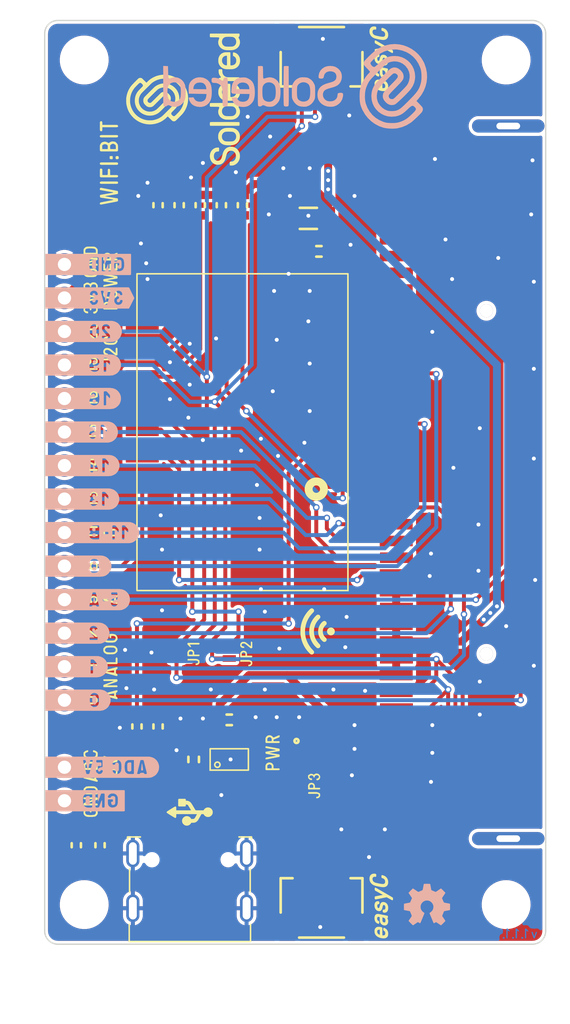
<source format=kicad_pcb>
(kicad_pcb (version 20210623) (generator pcbnew)
  (title_block (title "WIFI:bit") (date "2021-09-09") (rev "V1.1.1.") (company "SOLDERED") (comment 1 "333061"))
  (layers (0 "F.Cu" signal) (31 "B.Cu" signal) (34 "B.Paste" user) (35 "F.Paste" user) (36 "B.SilkS" user "B.Silkscreen") (37 "F.SilkS" user "F.Silkscreen") (38 "B.Mask" user) (39 "F.Mask" user) (44 "Edge.Cuts" user))
  (net 0 "")
  (net 1 "GND")
  (net 2 "3V3")
  (net 3 "VUSB")
  (net 4 "GPIO4")
  (net 5 "P20")
  (net 6 "GPIO5")
  (net 7 "P19")
  (net 8 "ADC-5V")
  (net 9 "Net-(K5-PadA5)")
  (net 13 "Net-(K5-PadB5)")
  (net 17 "P3")
  (net 18 "P0")
  (net 19 "P4")
  (net 20 "P5")
  (net 21 "P6")
  (net 22 "P7")
  (net 23 "P1")
  (net 24 "TXD")
  (net 25 "P9")
  (net 26 "P10")
  (net 27 "P11")
  (net 28 "P12")
  (net 29 "P2")
  (net 30 "P13")
  (net 31 "P14")
  (net 32 "P15")
  (net 33 "RXD")
  (net 34 "GPIO15")
  (net 35 "GPIO2")
  (net 36 "GPIO0")
  (net 37 "EN")
  (net 38 "RESET")
  (net 39 "ADC")
  (net 40 "GPIO16")
  (net 41 "GPIO14")
  (net 42 "GPIO12")
  (net 43 "GPIO13")
  (net 45 "Net-(D1-Pad1)")
  (net 46 "Net-(JP3-Pad2)")
  (footprint "e-radionica.com footprinti:0402LED" (layer "F.Cu") (at 98.5 144.5 90)
    (fp_text reference "D1")
    (fp_text value "purple")
  )
  (footprint "e-radionica.com footprinti:SMD_JUMPER_CONNECTED" (layer "F.Cu") (at 90 137 -90)
    (fp_text reference "JP1")
    (fp_text value "SMD-JUMPER-CONNECTED")
  )
  (footprint "e-radionica.com footprinti:ESP 8266(ESP12-F)" (layer "F.Cu") (at 95 124 180)
    (fp_text reference "U1")
    (fp_text value "ESP8266(ESP12-F)")
  )
  (footprint "e-radionica.com footprinti:0603R" (layer "F.Cu") (at 93.4 103 90)
    (fp_text reference "R5")
    (fp_text value "10k")
  )
  (footprint "e-radionica.com footprinti:SMD_JUMPER_CONNECTED" (layer "F.Cu") (at 94 137 -90)
    (fp_text reference "JP2")
    (fp_text value "SMD-JUMPER-CONNECTED")
  )
  (footprint "e-radionica.com footprinti:easyC-connector" (layer "F.Cu") (at 101 92.3)
    (fp_text reference "K2")
    (fp_text value "easyC-SMD")
  )
  (footprint "e-radionica.com footprinti:SMD-JUMPER-CONNECTED_TRACE_SLODERMASK" (layer "F.Cu") (at 99.25 147 90)
    (fp_text reference "JP3")
    (fp_text value "SMD-JUMPER-CONNECTED_TRACE_SLODERMASK")
  )
  (footprint "e-radionica.com footprinti:0603R" (layer "F.Cu") (at 87 142.5 -90)
    (fp_text reference "R6")
    (fp_text value "10k")
  )
  (footprint "buzzardLabel" (layer "F.Cu") (at 83.5 145.5 90)
    (fp_text reference "")
    (fp_text value "")
  )
  (footprint "e-radionica.com footprinti:0603C" (layer "F.Cu") (at 91.3 145 -90)
    (fp_text reference "C3")
    (fp_text value "2.2uF")
  )
  (footprint "e-radionica.com footprinti:MC127-140-002" (layer "F.Cu") (at 113.5 124 -90)
    (fp_text reference "K6")
    (fp_text value "MIC127-140-002")
  )
  (footprint "buzzardLabel" (layer "F.Cu") (at 83.5 130.35 90)
    (fp_text reference "")
    (fp_text value "")
  )
  (footprint "buzzardLabel" (layer "F.Cu") (at 83.5 140.51 90)
    (fp_text reference "")
    (fp_text value "")
  )
  (footprint "e-radionica.com footprinti:HOLE_3.2mm" (layer "F.Cu") (at 83 156)
    (fp_text reference "H1" hide)
    (fp_text value "HOLE_3.2mm" hide)
  )
  (footprint "e-radionica.com footprinti:FIDUCIAL_23" (layer "F.Cu") (at 110 156.5)
    (fp_text reference "FD1")
    (fp_text value "FIDUCIAL")
  )
  (footprint "e-radionica.com footprinti:0603R" (layer "F.Cu") (at 90.2 103 90)
    (fp_text reference "R2")
    (fp_text value "10k")
  )
  (footprint "buzzardLabel" (layer "F.Cu") (at 83.5 110.03 90)
    (fp_text reference "")
    (fp_text value "")
  )
  (footprint "buzzardLabel" (layer "F.Cu") (at 83.5 132.89 90)
    (fp_text reference "")
    (fp_text value "")
  )
  (footprint "buzzardLabel" (layer "F.Cu") (at 84.9 99.8 90)
    (fp_text reference "")
    (fp_text value "")
  )
  (footprint "e-radionica.com footprinti:1206C" (layer "F.Cu") (at 100 104)
    (fp_text reference "C1")
    (fp_text value "10uF")
  )
  (footprint "buzzardLabel" (layer "F.Cu") (at 97.3 144.5 90)
    (fp_text reference "")
    (fp_text value "")
  )
  (footprint "buzzardLabel" (layer "F.Cu") (at 85 145.5 90)
    (fp_text reference "")
    (fp_text value "")
  )
  (footprint "buzzardLabel" (layer "F.Cu") (at 85 113.84 90)
    (fp_text reference "")
    (fp_text value "")
  )
  (footprint "Soldered Graphics:Logo-Back-OSH-3.5mm" (layer "F.Cu") (at 109 156)
    (fp_text reference "G***" hide)
    (fp_text value "LOGO" hide)
  )
  (footprint "buzzardLabel" (layer "F.Cu") (at 91.3 137 90)
    (fp_text reference "")
    (fp_text value "")
  )
  (footprint "e-radionica.com footprinti:0603R" (layer "F.Cu") (at 84.2 151.5 90)
    (fp_text reference "R10")
    (fp_text value "5.1k")
  )
  (footprint "e-radionica.com footprinti:0402R" (layer "F.Cu") (at 100 144.5 90)
    (fp_text reference "R8")
    (fp_text value "2k2")
  )
  (footprint "buzzardLabel" (layer "F.Cu") (at 83.5 117.65 90)
    (fp_text reference "")
    (fp_text value "")
  )
  (footprint "e-radionica.com footprinti:SOT-23-5" (layer "F.Cu") (at 94 145 90)
    (fp_text reference "U2")
    (fp_text value "SE5218")
  )
  (footprint "e-radionica.com footprinti:HOLE_3.2mm" (layer "F.Cu") (at 83 92)
    (fp_text reference "H3" hide)
    (fp_text value "HOLE_3.2mm" hide)
  )
  (footprint "buzzardLabel" (layer "F.Cu") (at 83.5 127.81 90)
    (fp_text reference "")
    (fp_text value "")
  )
  (footprint "Soldered Graphics:Logo-Back-SolderedFULL-20mm" (layer "F.Cu") (at 99 94)
    (fp_text reference "REF**" hide)
    (fp_text value "Logo-Front-SolderedFULL-20mm" hide)
  )
  (footprint "buzzardLabel" (layer "F.Cu") (at 83.5 120.19 90)
    (fp_text reference "")
    (fp_text value "")
  )
  (footprint "buzzardLabel" (layer "F.Cu") (at 83.5 115.11 90)
    (fp_text reference "")
    (fp_text value "")
  )
  (footprint "buzzardLabel" (layer "F.Cu") (at 95.3 137 90)
    (fp_text reference "")
    (fp_text value "")
  )
  (footprint "e-radionica.com footprinti:HOLE_3.2mm" (layer "F.Cu") (at 115 156)
    (fp_text reference "H2" hide)
    (fp_text value "HOLE_3.2mm" hide)
  )
  (footprint "buzzardLabel" (layer "F.Cu") (at 85 132.89 90)
    (fp_text reference "")
    (fp_text value "")
  )
  (footprint "Soldered Graphics:Logo-Front-easyC-5mm" (layer "F.Cu") (at 105.5 156.1 90)
    (fp_text reference "G***" hide)
    (fp_text value "LOGO" hide)
  )
  (footprint "e-radionica.com footprinti:0603C" (layer "F.Cu") (at 94 142 180)
    (fp_text reference "C4")
    (fp_text value "2.2uF")
  )
  (footprint "Soldered Graphics:Logo-Front-SolderedVERTICAL-10mm" (layer "F.Cu") (at 90.5 95 90)
    (fp_text reference "G***" hide)
    (fp_text value "LOGO" hide)
  )
  (footprint "Soldered Graphics:Symbol-Front-WiFi" (layer "F.Cu") (at 100.7 135.3 90)
    (fp_text reference "REF**" hide)
    (fp_text value "Symbol-Front-WiFi" hide)
  )
  (footprint "e-radionica.com footprinti:0603C" (layer "F.Cu") (at 100.8 106.5)
    (fp_text reference "C2")
    (fp_text value "100nF")
  )
  (footprint "e-radionica.com footprinti:U262-161N-4BVC11" (layer "F.Cu") (at 91 153.8)
    (fp_text reference "K5")
    (fp_text value "U262-161N-4BVC11")
  )
  (footprint "e-radionica.com footprinti:HOLE_3.2mm" (layer "F.Cu") (at 115 92)
    (fp_text reference "H4" hide)
    (fp_text value "HOLE_3.2mm" hide)
  )
  (footprint "e-radionica.com footprinti:0603R" (layer "F.Cu") (at 82.4 151.5 90)
    (fp_text reference "R9")
    (fp_text value "5.1k")
  )
  (footprint "buzzardLabel" (layer "F.Cu") (at 83.5 122.73 90)
    (fp_text reference "")
    (fp_text value "")
  )
  (footprint "e-radionica.com footprinti:0603R" (layer "F.Cu") (at 91.8 103 90)
    (fp_text reference "R3")
    (fp_text value "10k")
  )
  (footprint "buzzardLabel" (layer "F.Cu") (at 83.5 135.43 90)
    (fp_text reference "")
    (fp_text value "")
  )
  (footprint "buzzardLabel" (layer "F.Cu") (at 83.5 148.2 90)
    (fp_text reference "")
    (fp_text value "")
  )
  (footprint "e-radionica.com footprinti:0603R" (layer "F.Cu") (at 88.6 142.5 -90)
    (fp_text reference "R7")
    (fp_text value "2k49")
  )
  (footprint "buzzardLabel" (layer "F.Cu") (at 85 127.81 90)
    (fp_text reference "")
    (fp_text value "")
  )
  (footprint "buzzardLabel" (layer "F.Cu") (at 85 137.97 90)
    (fp_text reference "")
    (fp_text value "")
  )
  (footprint "buzzardLabel" (layer "F.Cu") (at 83.5 107.3 90)
    (fp_text reference "")
    (fp_text value "")
  )
  (footprint "e-radionica.com footprinti:0603R" (layer "F.Cu") (at 88.6 103 -90)
    (fp_text reference "R1")
    (fp_text value "10k")
  )
  (footprint "Soldered Graphics:Symbol-Front-USB" (layer "F.Cu") (at 91 149 90)
    (fp_text reference "G***" hide)
    (fp_text value "LOGO" hide)
  )
  (footprint "e-radionica.com footprinti:easyC-connector" (layer "F.Cu") (at 101 155.7 180)
    (fp_text reference "K1")
    (fp_text value "easyC-SMD")
  )
  (footprint "e-radionica.com footprinti:0603R" (layer "F.Cu") (at 95 103 90)
    (fp_text reference "R4")
    (fp_text value "10k")
  )
  (footprint "Soldered Graphics:Logo-Front-easyC-5mm" (layer "F.Cu") (at 105.5 91.9 90)
    (fp_text reference "G***" hide)
    (fp_text value "LOGO" hide)
  )
  (footprint "buzzardLabel" (layer "F.Cu") (at 83.5 137.97 90)
    (fp_text reference "")
    (fp_text value "")
  )
  (footprint "buzzardLabel" (layer "F.Cu") (at 83.5 112.57 90)
    (fp_text reference "")
    (fp_text value "")
  )
  (footprint "buzzardLabel" (layer "F.Cu") (at 100.45 147 90)
    (fp_text reference "")
    (fp_text value "")
  )
  (footprint "buzzardLabel" (layer "F.Cu") (at 83.5 125.27 90)
    (fp_text reference "")
    (fp_text value "")
  )
  (footprint "buzzardLabel" (layer "F.Cu") (at 85 108.76 90)
    (fp_text reference "")
    (fp_text value "")
  )
  (footprint "buzzardLabel" (layer "B.Cu") (at 79.6 130.35 180)
    (fp_text reference "")
    (fp_text value "")
  )
  (footprint "buzzardLabel" (layer "B.Cu") (at 79.6 120.19 180)
    (fp_text reference "")
    (fp_text value "")
  )
  (footprint "buzzardLabel" (layer "B.Cu") (at 79.6 137.97 180)
    (fp_text reference "")
    (fp_text value "")
  )
  (footprint "e-radionica.com footprinti:HEADER_MALE_14X1" (layer "B.Cu") (at 81.5 124 90)
    (fp_text reference "K4")
    (fp_text value "HEADER_MALE_14X1")
  )
  (footprint "buzzardLabel" (layer "B.Cu") (at 79.6 148.13 180)
    (fp_text reference "")
    (fp_text value "")
  )
  (footprint "e-radionica.com footprinti:HEADER_MALE_2X1" (layer "B.Cu") (at 81.5 146.86 90)
    (fp_text reference "K3")
    (fp_text value "HEADER_MALE_2X1")
  )
  (footprint "buzzardLabel" (layer "B.Cu") (at 79.6 135.43 180)
    (fp_text reference "")
    (fp_text value "")
  )
  (footprint "buzzardLabel" (layer "B.Cu") (at 79.6 110.03 180)
    (fp_text reference "")
    (fp_text value "")
  )
  (footprint "Soldered Graphics:Version1.1.1." (layer "B.Cu") (at 116 158.2 180)
    (fp_text reference "REF**" hide)
    (fp_text value "Version1.1.1." hide)
  )
  (footprint "buzzardLabel" (layer "B.Cu") (at 79.6 117.65 180)
    (fp_text reference "")
    (fp_text value "")
  )
  (footprint "buzzardLabel" (layer "B.Cu") (at 79.6 140.51 180)
    (fp_text reference "")
    (fp_text value "")
  )
  (footprint "buzzardLabel" (layer "B.Cu") (at 79.6 115.11 180)
    (fp_text reference "")
    (fp_text value "")
  )
  (footprint "buzzardLabel" (layer "B.Cu") (at 79.6 107.49 180)
    (fp_text reference "")
    (fp_text value "")
  )
  (footprint "buzzardLabel" (layer "B.Cu") (at 79.6 127.81 180)
    (fp_text reference "")
    (fp_text value "")
  )
  (footprint "buzzardLabel" (layer "B.Cu") (at 79.6 125.27 180)
    (fp_text reference "")
    (fp_text value "")
  )
  (footprint "buzzardLabel" (layer "B.Cu") (at 79.6 122.73 180)
    (fp_text reference "")
    (fp_text value "")
  )
  (footprint "buzzardLabel" (layer "B.Cu") (at 79.6 112.57 180)
    (fp_text reference "")
    (fp_text value "")
  )
  (footprint "buzzardLabel" (layer "B.Cu") (at 79.6 132.89 180)
    (fp_text reference "")
    (fp_text value "")
  )
  (footprint "buzzardLabel" (layer "B.Cu") (at 79.6 145.59 180)
    (fp_text reference "")
    (fp_text value "")
  )
  (gr_arc (start 81 158) (end 81 159) (angle 90) (layer "Edge.Cuts") (width 0.1))
  (gr_line (start 81 89) (end 117 89) (layer "Edge.Cuts") (width 0.1))
  (gr_line (start 117 159) (end 81 159) (layer "Edge.Cuts") (width 0.1))
  (gr_arc (start 117 89.999997) (end 117 89) (angle 90) (layer "Edge.Cuts") (width 0.1))
  (gr_arc (start 80.999997 90) (end 81 89) (angle -90) (layer "Edge.Cuts") (width 0.1))
  (gr_arc (start 117 158) (end 117 159) (angle -90) (layer "Edge.Cuts") (width 0.1))
  (gr_line (start 80 158) (end 80 90) (layer "Edge.Cuts") (width 0.1))
  (gr_line (start 118 90) (end 118 158) (layer "Edge.Cuts") (width 0.1))
  (via (at 85.7 142.6) (size 0.5) (drill 0.3) (layers "F.Cu" "B.Cu") (net 1))
  (via (at 96.1 124.2) (size 0.5) (drill 0.3) (layers "F.Cu" "B.Cu") (net 1))
  (via (at 104.6 152.4) (size 0.5) (drill 0.3) (layers "F.Cu" "B.Cu") (net 1))
  (via (at 96.3 129.1) (size 0.5) (drill 0.3) (layers "F.Cu" "B.Cu") (net 1))
  (via (at 117 99.6) (size 0.5) (drill 0.3) (layers "F.Cu" "B.Cu") (net 1))
  (via (at 92 99.8) (size 0.5) (drill 0.3) (layers "F.Cu" "B.Cu") (net 1))
  (via (at 88.9 129.1) (size 0.5) (drill 0.3) (layers "F.Cu" "B.Cu") (net 1))
  (via (at 91 116.6) (size 0.5) (drill 0.3) (layers "F.Cu" "B.Cu") (net 1))
  (via (at 117.1 137.9) (size 0.5) (drill 0.3) (layers "F.Cu" "B.Cu") (net 1))
  (via (at 101.9 139.7) (size 0.5) (drill 0.3) (layers "F.Cu" "B.Cu") (net 1))
  (via (at 98.5 108.2) (size 0.5) (drill 0.3) (layers "F.Cu" "B.Cu") (net 1))
  (via (at 96.7 133.8) (size 0.5) (drill 0.3) (layers "F.Cu" "B.Cu") (net 1))
  (via (at 96.3 126.7) (size 0.5) (drill 0.3) (layers "F.Cu" "B.Cu") (net 1))
  (via (at 90.3 141.9) (size 0.5) (drill 0.3) (layers "F.Cu" "B.Cu") (net 1))
  (via (at 104.3 139.8) (size 0.5) (drill 0.3) (layers "F.Cu" "B.Cu") (net 1))
  (via (at 109.3 146.7) (size 0.5) (drill 0.3) (layers "F.Cu" "B.Cu") (net 1))
  (via (at 109.3 129.4) (size 0.5) (drill 0.3) (layers "F.Cu" "B.Cu") (net 1))
  (via (at 92 120.8) (size 0.5) (drill 0.3) (layers "F.Cu" "B.Cu") (net 1))
  (via (at 103.5 102.3) (size 0.5) (drill 0.3) (layers "F.Cu" "B.Cu") (net 1))
  (via (at 101.1 90.4) (size 0.5) (drill 0.3) (layers "F.Cu" "B.Cu") (net 1))
  (via (at 91 113.5) (size 0.5) (drill 0.3) (layers "F.Cu" "B.Cu") (net 1))
  (via (at 87.8 108.6) (size 0.5) (drill 0.3) (layers "F.Cu" "B.Cu") (net 1))
  (via (at 87.8 101.3) (size 0.5) (drill 0.3) (layers "F.Cu" "B.Cu") (net 1))
  (via (at 109.4 112.6) (size 0.5) (drill 0.3) (layers "F.Cu" "B.Cu") (net 1))
  (via (at 117.1 122.2) (size 0.5) (drill 0.3) (layers "F.Cu" "B.Cu") (net 1))
  (via (at 103.3 146.2) (size 0.5) (drill 0.3) (layers "F.Cu" "B.Cu") (net 1))
  (via (at 92 141.9) (size 0.5) (drill 0.3) (layers "F.Cu" "B.Cu") (net 1))
  (via (at 109.4 142.4) (size 0.5) (drill 0.3) (layers "F.Cu" "B.Cu") (net 1))
  (via (at 88.8 126.5) (size 0.5) (drill 0.3) (layers "F.Cu" "B.Cu") (net 1))
  (via (at 97.4 109.5) (size 0.5) (drill 0.3) (layers "F.Cu" "B.Cu") (net 1))
  (via (at 96.4 120.7) (size 0.5) (drill 0.3) (layers "F.Cu" "B.Cu") (net 1))
  (via (at 100.1 109.5) (size 0.5) (drill 0.3) (layers "F.Cu" "B.Cu") (net 1))
  (via (at 116.9 103.7) (size 0.5) (drill 0.3) (layers "F.Cu" "B.Cu") (net 1))
  (via (at 102.8 136.5) (size 0.5) (drill 0.3) (layers "F.Cu" "B.Cu") (net 1))
  (via (at 115 134.9) (size 0.5) (drill 0.3) (layers "F.Cu" "B.Cu") (net 1))
  (via (at 103.1 96.2) (size 0.5) (drill 0.3) (layers "F.Cu" "B.Cu") (net 1))
  (via (at 102.9 134.2) (size 0.5) (drill 0.3) (layers "F.Cu" "B.Cu") (net 1))
  (via (at 97.6 113.2) (size 0.5) (drill 0.3) (layers "F.Cu" "B.Cu") (net 1))
  (via (at 97.3 117.1) (size 0.5) (drill 0.3) (layers "F.Cu" "B.Cu") (net 1))
  (via (at 96.7 139.7) (size 0.5) (drill 0.3) (layers "F.Cu" "B.Cu") (net 1))
  (via (at 96.4 132.1) (size 0.5) (drill 0.3) (layers "F.Cu" "B.Cu") (net 1))
  (via (at 100.1 100.2) (size 0.5) (drill 0.3) (layers "F.Cu" "B.Cu") (net 1))
  (via (at 103.5 144.2) (size 0.5) (drill 0.3) (layers "F.Cu" "B.Cu") (net 1))
  (via (at 97.7 122) (size 0.5) (drill 0.3) (layers "F.Cu" "B.Cu") (net 1))
  (via (at 103.2 106) (size 0.5) (drill 0.3) (layers "F.Cu" "B.Cu") (net 1))
  (via (at 99.7 121) (size 0.5) (drill 0.3) (layers "F.Cu" "B.Cu") (net 1))
  (via (at 99.3 141.8) (size 0.5) (drill 0.3) (layers "F.Cu" "B.Cu") (net 1))
  (via (at 97.8 136.6) (size 0.5) (drill 0.3) (layers "F.Cu" "B.Cu") (net 1))
  (via (at 113 139.1) (size 0.5) (drill 0.3) (layers "F.Cu" "B.Cu") (net 1))
  (via (at 98.6 102.3) (size 0.5) (drill 0.3) (layers "F.Cu" "B.Cu") (net 1))
  (via (at 114.4 107) (size 0.5) (drill 0.3) (layers "F.Cu" "B.Cu") (net 1))
  (via (at 117.2 131.4) (size 0.5) (drill 0.3) (layers "F.Cu" "B.Cu") (net 1))
  (via (at 109.6 99.5) (size 0.5) (drill 0.3) (layers "F.Cu" "B.Cu") (net 1))
  (via (at 96 141.8) (size 0.5) (drill 0.3) (layers "F.Cu" "B.Cu") (net 1))
  (via (at 100.1 118.6) (size 0.5) (drill 0.3) (layers "F.Cu" "B.Cu") (net 1))
  (via (at 101.2 132.1) (size 0.5) (drill 0.3) (layers "F.Cu" "B.Cu") (net 1))
  (via (at 111 122.9) (size 0.5) (drill 0.3) (layers "F.Cu" "B.Cu") (net 1))
  (via (at 92.6 139.7) (size 0.5) (drill 0.3) (layers "F.Cu" "B.Cu") (net 1))
  (via (at 87.1 102.3) (size 0.5) (drill 0.3) (layers "F.Cu" "B.Cu") (net 1))
  (via (at 100.1 115) (size 0.5) (drill 0.3) (layers "F.Cu" "B.Cu") (net 1))
  (via (at 87.3 105.9) (size 0.5) (drill 0.3) (layers "F.Cu" "B.Cu") (net 1))
  (via (at 117.1 115.4) (size 0.5) (drill 0.3) (layers "F.Cu" "B.Cu") (net 1))
  (via (at 91.1 100.9) (size 0.5) (drill 0.3) (layers "F.Cu" "B.Cu") (net 1))
  (via (at 88.1 136.9) (size 0.5) (drill 0.3) (layers "F.Cu" "B.Cu") (net 1))
  (via (at 93 113.1) (size 0.5) (drill 0.3) (layers "F.Cu" "B.Cu") (net 1))
  (via (at 117.1 108.8) (size 0.5) (drill 0.3) (layers "F.Cu" "B.Cu") (net 1))
  (via (at 112.9 130.7) (size 0.5) (drill 0.3) (layers "F.Cu" "B.Cu") (net 1))
  (via (at 94.5 100.5) (size 0.5) (drill 0.3) (layers "F.Cu" "B.Cu") (net 1))
  (via (at 113 141.6) (size 0.5) (drill 0.3) (layers "F.Cu" "B.Cu") (net 1))
  (via (at 102.5 150.3) (size 0.5) (drill 0.3) (layers "F.Cu" "B.Cu") (net 1))
  (via (at 109.2 131.1) (size 0.5) (drill 0.3) (layers "F.Cu" "B.Cu") (net 1))
  (via (at 86.1 136.7) (size 0.5) (drill 0.3) (layers "F.Cu" "B.Cu") (net 1))
  (via (at 95.4 96.3) (size 0.5) (drill 0.3) (layers "F.Cu" "B.Cu") (net 1))
  (via (at 103.5 142.4) (size 0.5) (drill 0.3) (layers "F.Cu" "B.Cu") (net 1))
  (via (at 100.9 157.7) (size 0.5) (drill 0.3) (layers "F.Cu" "B.Cu") (net 1))
  (via (at 94.9 121.6) (size 0.5) (drill 0.3) (layers "F.Cu" "B.Cu") (net 1))
  (via (at 88.9 133.7) (size 0.5) (drill 0.3) (layers "F.Cu" "B.Cu") (net 1))
  (via (at 98.1 100.2) (size 0.5) (drill 0.3) (layers "F.Cu" "B.Cu") (net 1))
  (via (at 100 103.8) (size 0.5) (drill 0.3) (layers "F.Cu" "B.Cu") (net 1))
  (via (at 105.8 150.3) (size 0.5) (drill 0.3) (layers "F.Cu" "B.Cu") (net 1))
  (via (at 97.6 141.8) (size 0.5) (drill 0.3) (layers "F.Cu" "B.Cu") (net 1))
  (via (at 110.9 108.6) (size 0.5) (drill 0.3) (layers "F.Cu" "B.Cu") (net 1))
  (via (at 97.1 97.8) (size 0.5) (drill 0.3) (layers "F.Cu" "B.Cu") (net 1))
  (via (at 89.5 117.7) (size 0.5) (drill 0.3) (layers "F.Cu" "B.Cu") (net 1))
  (via (at 93.4 147.7) (size 0.5) (drill 0.3) (layers "F.Cu" "B.Cu") (net 1))
  (via (at 87.7 107.4) (size 0.5) (drill 0.3) (layers "F.Cu" "B.Cu") (net 1))
  (via (at 90 144.3) (size 0.5) (drill 0.3) (layers "F.Cu" "B.Cu") (net 1))
  (via (at 109.4 144.5) (size 0.5) (drill 0.3) (layers "F.Cu" "B.Cu") (net 1))
  (via (at 97 103.7) (size 0.5) (drill 0.3) (layers "F.Cu" "B.Cu") (net 1))
  (via (at 112.9 127.2) (size 0.5) (drill 0.3) (layers "F.Cu" "B.Cu") (net 1))
  (via (at 94.1 145) (size 0.5) (drill 0.3) (layers "F.Cu" "B.Cu") (net 1))
  (via (at 113 119.9) (size 0.5) (drill 0.3) (layers "F.Cu" "B.Cu") (net 1))
  (via (at 90.9 119.1) (size 0.5) (drill 0.3) (layers "F.Cu" "B.Cu") (net 1))
  (via (at 100 111.8) (size 0.5) (drill 0.3) (layers "F.Cu" "B.Cu") (net 1))
  (via (at 89.5 114.9) (size 0.5) (drill 0.3) (layers "F.Cu" "B.Cu") (net 1))
  (via (at 86.2 139.6) (size 0.5) (drill 0.3) (layers "F.Cu" "B.Cu") (net 1))
  (via (at 110.4 105.6) (size 0.5) (drill 0.3) (layers "F.Cu" "B.Cu") (net 1))
  (via (at 88.3 139.7) (size 0.5) (drill 0.3) (layers "F.Cu" "B.Cu") (net 1))
  (segment (start 85.6 105.93) (end 81.5 110.03) (width 0.6) (layer "F.Cu") (net 2))
  (segment (start 93.05 143.7) (end 93.05 142.22) (width 0.6) (layer "F.Cu") (net 2))
  (segment (start 101.8 148.2) (end 100.5 149.5) (width 0.6) (layer "F.Cu") (net 2))
  (segment (start 93.05 142.22) (end 93.27 142) (width 0.6) (layer "F.Cu") (net 2))
  (segment (start 98.395 138.605) (end 101.8 142.01) (width 0.6) (layer "F.Cu") (net 2))
  (segment (start 95.825 101.4) (end 100.1 101.4) (width 0.6) (layer "F.Cu") (net 2))
  (segment (start 111.635 136.065) (end 106.66 136.065) (width 0.6) (layer "F.Cu") (net 2))
  (segment (start 88.9 100) (end 86.6 100) (width 0.6) (layer "F.Cu") (net 2))
  (segment (start 106.66 138.605) (end 98.395 138.605) (width 0.6) (layer "F.Cu") (net 2))
  (segment (start 100.5 149.5) (end 100.5 153.55) (width 0.6) (layer "F.Cu") (net 2))
  (segment (start 85.6 101) (end 85.6 105.93) (width 0.6) (layer "F.Cu") (net 2))
  (segment (start 90.2 102.225) (end 91.8 102.225) (width 0.6) (layer "F.Cu") (net 2))
  (segment (start 101.53 106.5) (end 101.53 108.93) (width 0.6) (layer "F.Cu") (net 2))
  (segment (start 93.27 140.83) (end 93.27 142) (width 0.6) (layer "F.Cu") (net 2))
  (segment (start 101.8 142.01) (end 101.8 148.2) (width 0.6) (layer "F.Cu") (net 2))
  (segment (start 90.2 102.225) (end 90.2 101.3) (width 0.6) (layer "F.Cu") (net 2))
  (segment (start 101.5 102.8) (end 101.5 103.975) (width 0.6) (layer "F.Cu") (net 2))
  (segment (start 114.3 133.4) (end 111.635 136.065) (width 0.6) (layer "F.Cu") (net 2))
  (segment (start 106.66 132.255) (end 106.66 138.605) (width 0.6) (layer "F.Cu") (net 2))
  (segment (start 90.2 101.3) (end 88.9 100) (width 0.6) (layer "F.Cu") (net 2))
  (segment (start 99.25 147.35) (end 100.5 148.6) (width 0.3) (layer "F.Cu") (net 2))
  (segment (start 101.5 94.45) (end 101.5 101.8) (width 0.6) (layer "F.Cu") (net 2))
  (segment (start 101.53 108.93) (end 102.6 110) (width 0.6) (layer "F.Cu") (net 2))
  (segment (start 100.1 101.4) (end 101.5 102.8) (width 0.6) (layer "F.Cu") (net 2))
  (segment (start 95 102.225) (end 95.825 101.4) (width 0.6) (layer "F.Cu") (net 2))
  (segment (start 91.8 102.225) (end 93.4 102.225) (width 0.6) (layer "F.Cu") (net 2))
  (segment (start 101.525 104) (end 101.525 106.495) (width 0.6) (layer "F.Cu") (net 2))
  (segment (start 95.495 138.605) (end 93.27 140.83) (width 0.6) (layer "F.Cu") (net 2))
  (segment (start 98.395 138.605) (end 95.495 138.605) (width 0.6) (layer "F.Cu") (net 2))
  (segment (start 100.5 148.6) (end 100.5 149.5) (width 0.3) (layer "F.Cu") (net 2))
  (segment (start 101.5 103.975) (end 101.525 104) (width 0.6) (layer "F.Cu") (net 2))
  (segment (start 101.5 101.8) (end 101.5 102.8) (width 0.6) (layer "F.Cu") (net 2))
  (segment (start 93.4 102.225) (end 95 102.225) (width 0.6) (layer "F.Cu") (net 2))
  (segment (start 86.6 100) (end 85.6 101) (width 0.6) (layer "F.Cu") (net 2))
  (via (at 101.5 100.4) (size 0.5) (drill 0.3) (layers "F.Cu" "B.Cu") (net 2))
  (via (at 113.8 133.9) (size 0.5) (drill 0.3) (layers "F.Cu" "B.Cu") (net 2))
  (via (at 101.5 101.8) (size 0.5) (drill 0.3) (layers "F.Cu" "B.Cu") (net 2))
  (via (at 113.3 134.4) (size 0.5) (drill 0.3) (layers "F.Cu" "B.Cu") (net 2))
  (via (at 101.5 101.1) (size 0.5) (drill 0.3) (layers "F.Cu" "B.Cu") (net 2))
  (via (at 114.3 133.4) (size 0.5) (drill 0.3) (layers "F.Cu" "B.Cu") (net 2))
  (segment (start 101.5 100.4) (end 101.5 102.3) (width 0.6) (layer "B.Cu") (net 2))
  (segment (start 114.3 115.1) (end 114.3 133.4) (width 0.6) (layer "B.Cu") (net 2))
  (segment (start 114.3 133.4) (end 113.3 134.4) (width 0.6) (layer "B.Cu") (net 2))
  (segment (start 101.5 102.3) (end 114.3 115.1) (width 0.6) (layer "B.Cu") (net 2))
  (segment (start 92.33 145.73) (end 91.3 145.73) (width 0.6) (layer "F.Cu") (net 3))
  (segment (start 94.95 148.25) (end 93.4 149.8) (width 0.3) (layer "F.Cu") (net 3))
  (segment (start 91.3 148.8) (end 91.5 149) (width 0.6) (layer "F.Cu") (net 3))
  (segment (start 91.3 147.4) (end 91.3 148.8) (width 0.6) (layer "F.Cu") (net 3))
  (segment (start 91.3 145.73) (end 91.3 147.4) (width 0.6) (layer "F.Cu") (net 3))
  (segment (start 91.3 147.4) (end 88.8 149.9) (width 0.6) (layer "F.Cu") (net 3))
  (segment (start 91.5 149) (end 92.3 149.8) (width 0.6) (layer "F.Cu") (net 3))
  (segment (start 92.3 149.8) (end 93.3 149.8) (width 0.6) (layer "F.Cu") (net 3))
  (segment (start 94.95 146.3) (end 94.95 148.25) (width 0.3) (layer "F.Cu") (net 3))
  (segment (start 92.9 146.3) (end 92.33 145.73) (width 0.6) (layer "F.Cu") (net 3))
  (segment (start 93.05 146.3) (end 92.9 146.3) (width 0.6) (layer "F.Cu") (net 3))
  (segment (start 93.4 149.8) (end 93.3 149.8) (width 0.3) (layer "F.Cu") (net 3))
  (segment (start 92.1 122) (end 92.1 134.4) (width 0.3) (layer "F.Cu") (net 4))
  (segment (start 90 136.5) (end 90 136.65) (width 0.3) (layer "F.Cu") (net 4))
  (segment (start 88.1 118) (end 92.1 122) (width 0.3) (layer "F.Cu") (net 4))
  (segment (start 92.1 134.4) (end 90 136.5) (width 0.3) (layer "F.Cu") (net 4))
  (segment (start 87.4 118) (end 88.1 118) (width 0.3) (layer "F.Cu") (net 4))
  (segment (start 90 137.35) (end 90 138.8) (width 0.3) (layer "F.Cu") (net 5))
  (segment (start 107.3 151.6) (end 110.6 148.3) (width 0.3) (layer "F.Cu") (net 5))
  (segment (start 110.6 148.3) (end 110.6 139.7) (width 0.3) (layer "F.Cu") (net 5))
  (segment (start 92.9 134.8) (end 91.4 136.3) (width 0.3) (layer "F.Cu") (net 5))
  (segment (start 100.5 96.3) (end 100.5 94.45) (width 0.3) (layer "F.Cu") (net 5))
  (segment (start 91.05 137.35) (end 90 137.35) (width 0.3) (layer "F.Cu") (net 5))
  (segment (start 101.5 152.2) (end 102.1 151.6) (width 0.3) (layer "F.Cu") (net 5))
  (segment (start 91.4 136.3) (end 91.4 137) (width 0.3) (layer "F.Cu") (net 5))
  (segment (start 92.3 116) (end 92.3 118.9) (width 0.3) (layer "F.Cu") (net 5))
  (segment (start 102.1 151.6) (end 107.3 151.6) (width 0.3) (layer "F.Cu") (net 5))
  (segment (start 110.6 139.7) (end 109.155 141.145) (width 0.3) (layer "F.Cu") (net 5))
  (segment (start 101.5 153.55) (end 101.5 152.2) (width 0.3) (layer "F.Cu") (net 5))
  (segment (start 91.4 137) (end 91.05 137.35) (width 0.3) (layer "F.Cu") (net 5))
  (segment (start 109.155 141.145) (end 106.68 141.145) (width 0.3) (layer "F.Cu") (net 5))
  (segment (start 92.3 118.9) (end 92.9 119.5) (width 0.3) (layer "F.Cu") (net 5))
  (segment (start 92.9 119.5) (end 92.9 134.8) (width 0.3) (layer "F.Cu") (net 5))
  (via (at 92.3 116) (size 0.5) (drill 0.3) (layers "F.Cu" "B.Cu") (net 5))
  (via (at 110.6 139.7) (size 0.5) (drill 0.3) (layers "F.Cu" "B.Cu") (net 5))
  (via (at 100.5 96.3) (size 0.5) (drill 0.3) (layers "F.Cu" "B.Cu") (net 5))
  (via (at 90 138.8) (size 0.5) (drill 0.3) (layers "F.Cu" "B.Cu") (net 5))
  (segment (start 110.6 139.7) (end 109.7 138.8) (width 0.3) (layer "B.Cu") (net 5))
  (segment (start 88.87 112.57) (end 81.5 112.57) (width 0.3) (layer "B.Cu") (net 5))
  (segment (start 109.7 138.8) (end 90 138.8) (width 0.3) (layer "B.Cu") (net 5))
  (segment (start 92.3 116) (end 88.87 112.57) (width 0.3) (layer "B.Cu") (net 5))
  (segment (start 96.9 96.3) (end 100.5 96.3) (width 0.3) (layer "B.Cu") (net 5))
  (segment (start 92.3 100.9) (end 96.9 96.3) (width 0.3) (layer "B.Cu") (net 5))
  (segment (start 92.3 116) (end 92.3 100.9) (width 0.3) (layer "B.Cu") (net 5))
  (segment (start 94 136.4) (end 94 136.65) (width 0.3) (layer "F.Cu") (net 6))
  (segment (start 88.8 120) (end 87.4 120) (width 0.3) (layer "F.Cu") (net 6))
  (segment (start 94.7 133.8) (end 94.7 135.7) (width 0.3) (layer "F.Cu") (net 6))
  (segment (start 94.7 135.7) (end 94 136.4) (width 0.3) (layer "F.Cu") (net 6))
  (segment (start 91.2 122.4) (end 88.8 120) (width 0.3) (layer "F.Cu") (net 6))
  (segment (start 91.2 133.8) (end 91.2 122.4) (width 0.3) (layer "F.Cu") (net 6))
  (via (at 91.2 133.8) (size 0.5) (drill 0.3) (layers "F.Cu" "B.Cu") (net 6))
  (via (at 94.7 133.8) (size 0.5) (drill 0.3) (layers "F.Cu" "B.Cu") (net 6))
  (segment (start 91.2 133.8) (end 94.7 133.8) (width 0.3) (layer "B.Cu") (net 6))
  (segment (start 92.7 136) (end 92.7 137.4) (width 0.3) (layer "F.Cu") (net 7))
  (segment (start 109.7 138.9) (end 108.725 139.875) (width 0.3) (layer "F.Cu") (net 7))
  (segment (start 109.7 137.4) (end 109.7 138.9) (width 0.3) (layer "F.Cu") (net 7))
  (segment (start 92.75 137.35) (end 92.7 137.4) (width 0.3) (layer "F.Cu") (net 7))
  (segment (start 92.9 117.9) (end 93.7 118.7) (width 0.3) (layer "F.Cu") (net 7))
  (segment (start 111.7 148.8) (end 111.7 139.4) (width 0.3) (layer "F.Cu") (net 7))
  (segment (start 99.5 97) (end 99.5 94.45) (width 0.3) (layer "F.Cu") (net 7))
  (segment (start 93.7 118.7) (end 93.7 135) (width 0.3) (layer "F.Cu") (net 7))
  (segment (start 93.7 135) (end 92.7 136) (width 0.3) (layer "F.Cu") (net 7))
  (segment (start 102.5 153.55) (end 106.95 153.55) (width 0.3) (layer "F.Cu") (net 7))
  (segment (start 106.95 153.55) (end 111.7 148.8) (width 0.3) (layer "F.Cu") (net 7))
  (segment (start 94 137.35) (end 92.75 137.35) (width 0.3) (layer "F.Cu") (net 7))
  (segment (start 108.725 139.875) (end 106.66 139.875) (width 0.3) (layer "F.Cu") (net 7))
  (segment (start 111.7 139.4) (end 109.7 137.4) (width 0.3) (layer "F.Cu") (net 7))
  (via (at 92.7 137.4) (size 0.5) (drill 0.3) (layers "F.Cu" "B.Cu") (net 7))
  (via (at 99.5 97) (size 0.5) (drill 0.3) (layers "F.Cu" "B.Cu") (net 7))
  (via (at 109.7 137.4) (size 0.5) (drill 0.3) (layers "F.Cu" "B.Cu") (net 7))
  (via (at 92.9 117.9) (size 0.5) (drill 0.3) (layers "F.Cu" "B.Cu") (net 7))
  (segment (start 95.7 100.8) (end 95.7 115.1) (width 0.3) (layer "B.Cu") (net 7))
  (segment (start 88.21 115.11) (end 81.5 115.11) (width 0.3) (layer "B.Cu") (net 7))
  (segment (start 91 117.9) (end 88.21 115.11) (width 0.3) (layer "B.Cu") (net 7))
  (segment (start 99.5 97) (end 95.7 100.8) (width 0.3) (layer "B.Cu") (net 7))
  (segment (start 92.7 137.4) (end 109.7 137.4) (width 0.3) (layer "B.Cu") (net 7))
  (segment (start 92.9 117.9) (end 91 117.9) (width 0.3) (layer "B.Cu") (net 7))
  (segment (start 95.7 115.1) (end 92.9 117.9) (width 0.3) (layer "B.Cu") (net 7))
  (segment (start 87 144) (end 87 143.275) (width 0.3) (layer "F.Cu") (net 8))
  (segment (start 81.5 145.59) (end 85.41 145.59) (width 0.3) (layer "F.Cu") (net 8))
  (segment (start 85.41 145.59) (end 87 144) (width 0.3) (layer "F.Cu") (net 8))
  (segment (start 84.2 152.275) (end 84.275 152.275) (width 0.254) (layer "F.Cu") (net 9))
  (segment (start 85.7 153.7) (end 88.6 153.7) (width 0.254) (layer "F.Cu") (net 9))
  (segment (start 89.763 152.537) (end 89.763 151.325) (width 0.254) (layer "F.Cu") (net 9))
  (segment (start 84.275 152.275) (end 85.7 153.7) (width 0.254) (layer "F.Cu") (net 9))
  (segment (start 88.6 153.7) (end 89.763 152.537) (width 0.254) (layer "F.Cu") (net 9))
  (segment (start 92.763 152.337) (end 92.763 151.325) (width 0.254) (layer "F.Cu") (net 13))
  (segment (start 82.475 152.275) (end 84.4 154.2) (width 0.254) (layer "F.Cu") (net 13))
  (segment (start 84.4 154.2) (end 90.9 154.2) (width 0.254) (layer "F.Cu") (net 13))
  (segment (start 82.4 152.275) (end 82.475 152.275) (width 0.254) (layer "F.Cu") (net 13))
  (segment (start 90.9 154.2) (end 92.763 152.337) (width 0.254) (layer "F.Cu") (net 13))
  (segment (start 106.66 100.525) (end 106.68 100.505) (width 0.3) (layer "F.Cu") (net 18))
  (segment (start 106.68 104.315) (end 106.68 103.065) (width 0.3) (layer "F.Cu") (net 18))
  (segment (start 106.68 103.065) (end 106.66 103.045) (width 0.3) (layer "F.Cu") (net 18))
  (segment (start 116.1 140.5) (end 116.1 107.1) (width 0.3) (layer "F.Cu") (net 18))
  (segment (start 116.1 107.1) (end 113.315 104.315) (width 0.3) (layer "F.Cu") (net 18))
  (segment (start 106.66 101.775) (end 106.66 103.045) (width 0.3) (layer "F.Cu") (net 18))
  (segment (start 106.66 101.775) (end 106.66 100.525) (width 0.3) (layer "F.Cu") (net 18))
  (segment (start 113.315 104.315) (end 106.68 104.315) (width 0.3) (layer "F.Cu") (net 18))
  (via (at 116.1 140.5) (size 0.5) (drill 0.3) (layers "F.Cu" "B.Cu") (net 18))
  (segment (start 116.1 140.5) (end 116.09 140.51) (width 0.3) (layer "B.Cu") (net 18))
  (segment (start 116.09 140.51) (end 81.5 140.51) (width 0.3) (layer "B.Cu") (net 18))
  (segment (start 115.2 109.3) (end 112.755 106.855) (width 0.3) (layer "F.Cu") (net 20))
  (segment (start 115.2 130.4) (end 115.2 109.3) (width 0.3) (layer "F.Cu") (net 20))
  (segment (start 112.755 106.855) (end 106.66 106.855) (width 0.3) (layer "F.Cu") (net 20))
  (segment (start 112.7 132.9) (end 115.2 130.4) (width 0.3) (layer "F.Cu") (net 20))
  (via (at 112.7 132.9) (size 0.5) (drill 0.3) (layers "F.Cu" "B.Cu") (net 20))
  (segment (start 112.69 132.89) (end 81.5 132.89) (width 0.3) (layer "B.Cu") (net 20))
  (segment (start 112.7 132.9) (end 112.69 132.89) (width 0.3) (layer "B.Cu") (net 20))
  (segment (start 111.8 115.9) (end 110.375 114.475) (width 0.3) (layer "F.Cu") (net 23))
  (segment (start 110.375 114.475) (end 106.66 114.475) (width 0.3) (layer "F.Cu") (net 23))
  (segment (start 106.66 114.475) (end 106.66 110.665) (width 0.3) (layer "F.Cu") (net 23))
  (segment (start 111.8 134) (end 111.8 115.9) (width 0.3) (layer "F.Cu") (net 23))
  (via (at 111.8 134) (size 0.5) (drill 0.3) (layers "F.Cu" "B.Cu") (net 23))
  (segment (start 111.8 134) (end 111.8 137.1) (width 0.3) (layer "B.Cu") (net 23))
  (segment (start 111.8 137.1) (end 110.8 138.1) (width 0.3) (layer "B.Cu") (net 23))
  (segment (start 110.8 138.1) (end 81.63 138.1) (width 0.3) (layer "B.Cu") (net 23))
  (segment (start 81.63 138.1) (end 81.5 137.97) (width 0.3) (layer "B.Cu") (net 23))
  (segment (start 109.645 115.745) (end 106.68 115.745) (width 0.3) (layer "F.Cu") (net 24))
  (segment (start 87.4 128.8) (end 87.4 124) (width 0.3) (layer "F.Cu") (net 24))
  (segment (start 81.5 130.35) (end 85.85 130.35) (width 0.3) (layer "F.Cu") (net 24))
  (segment (start 85.85 130.35) (end 87.4 128.8) (width 0.3) (layer "F.Cu") (net 24))
  (segment (start 109.7 115.8) (end 109.645 115.745) (width 0.3) (layer "F.Cu") (net 24))
  (via (at 109.7 115.8) (size 0.5) (drill 0.3) (layers "F.Cu" "B.Cu") (net 24))
  (segment (start 106.75 130.35) (end 109.7 127.4) (width 0.3) (layer "B.Cu") (net 24))
  (segment (start 109.7 127.4) (end 109.7 115.8) (width 0.3) (layer "B.Cu") (net 24))
  (segment (start 81.5 130.35) (end 106.75 130.35) (width 0.3) (layer "B.Cu") (net 24))
  (segment (start 108.755 119.555) (end 108.8 119.6) (width 0.3) (layer "F.Cu") (net 27))
  (segment (start 106.68 119.555) (end 108.755 119.555) (width 0.3) (layer "F.Cu") (net 27))
  (via (at 108.8 119.6) (size 0.5) (drill 0.3) (layers "F.Cu" "B.Cu") (net 27))
  (segment (start 98.11 127.81) (end 99.3 129) (width 0.3) (layer "B.Cu") (net 27))
  (segment (start 99.3 129) (end 105.8 129) (width 0.3) (layer "B.Cu") (net 27))
  (segment (start 105.8 129) (end 108.8 126) (width 0.3) (layer "B.Cu") (net 27))
  (segment (start 81.5 127.81) (end 98.11 127.81) (width 0.3) (layer "B.Cu") (net 27))
  (segment (start 108.8 126) (end 108.8 119.6) (width 0.3) (layer "B.Cu") (net 27))
  (segment (start 109.795 125.905) (end 106.68 125.905) (width 0.3) (layer "F.Cu") (net 29))
  (segment (start 109.8 125.9) (end 109.795 125.905) (width 0.3) (layer "F.Cu") (net 29))
  (segment (start 110.8 133.6) (end 110.8 126.9) (width 0.3) (layer "F.Cu") (net 29))
  (segment (start 110.8 126.9) (end 109.8 125.9) (width 0.3) (layer "F.Cu") (net 29))
  (segment (start 106.68 125.905) (end 106.68 122.115) (width 0.3) (layer "F.Cu") (net 29))
  (segment (start 106.68 122.115) (end 106.66 122.095) (width 0.3) (layer "F.Cu") (net 29))
  (via (at 110.8 133.6) (size 0.5) (drill 0.3) (layers "F.Cu" "B.Cu") (net 29))
  (segment (start 108.97 135.43) (end 81.5 135.43) (width 0.3) (layer "B.Cu") (net 29))
  (segment (start 110.8 133.6) (end 108.97 135.43) (width 0.3) (layer "B.Cu") (net 29))
  (segment (start 102.375 127.175) (end 106.66 127.175) (width 0.3) (layer "F.Cu") (net 30))
  (segment (start 102.3 127.1) (end 102.375 127.175) (width 0.3) (layer "F.Cu") (net 30))
  (via (at 102.3 127.1) (size 0.5) (drill 0.3) (layers "F.Cu" "B.Cu") (net 30))
  (segment (start 99.8 128) (end 97.07 125.27) (width 0.3) (layer "B.Cu") (net 30))
  (segment (start 102.3 127.1) (end 101.4 128) (width 0.3) (layer "B.Cu") (net 30))
  (segment (start 97.07 125.27) (end 81.5 125.27) (width 0.3) (layer "B.Cu") (net 30))
  (segment (start 101.4 128) (end 99.8 128) (width 0.3) (layer "B.Cu") (net 30))
  (segment (start 102.345 128.445) (end 106.66 128.445) (width 0.3) (layer "F.Cu") (net 31))
  (segment (start 101.4 127.5) (end 102.345 128.445) (width 0.3) (layer "F.Cu") (net 31))
  (segment (start 101.4 126.7) (end 101.4 127.5) (width 0.3) (layer "F.Cu") (net 31))
  (via (at 101.4 126.7) (size 0.5) (drill 0.3) (layers "F.Cu" "B.Cu") (net 31))
  (segment (start 95.93 122.73) (end 81.5 122.73) (width 0.3) (layer "B.Cu") (net 31))
  (segment (start 99.9 126.7) (end 95.93 122.73) (width 0.3) (layer "B.Cu") (net 31))
  (segment (start 101.4 126.7) (end 99.9 126.7) (width 0.3) (layer "B.Cu") (net 31))
  (segment (start 100.6 125.9) (end 100.6 128.1) (width 0.3) (layer "F.Cu") (net 32))
  (segment (start 102.215 129.715) (end 106.68 129.715) (width 0.3) (layer "F.Cu") (net 32))
  (segment (start 100.6 128.1) (end 102.215 129.715) (width 0.3) (layer "F.Cu") (net 32))
  (via (at 100.6 125.9) (size 0.5) (drill 0.3) (layers "F.Cu" "B.Cu") (net 32))
  (segment (start 100.6 125.9) (end 94.89 120.19) (width 0.3) (layer "B.Cu") (net 32))
  (segment (start 94.89 120.19) (end 81.5 120.19) (width 0.3) (layer "B.Cu") (net 32))
  (segment (start 81.95 117.65) (end 81.5 117.65) (width 0.3) (layer "F.Cu") (net 33))
  (segment (start 90.2 123) (end 89.2 122) (width 0.3) (layer "F.Cu") (net 33))
  (segment (start 104.115 130.985) (end 106.66 130.985) (width 0.3) (layer "F.Cu") (net 33))
  (segment (start 90.2 131.4) (end 90.2 123) (width 0.3) (layer "F.Cu") (net 33))
  (segment (start 87.4 122) (end 86.3 122) (width 0.3) (layer "F.Cu") (net 33))
  (segment (start 89.2 122) (end 87.4 122) (width 0.3) (layer "F.Cu") (net 33))
  (segment (start 103.7 131.4) (end 104.115 130.985) (width 0.3) (layer "F.Cu") (net 33))
  (segment (start 86.3 122) (end 81.95 117.65) (width 0.3) (layer "F.Cu") (net 33))
  (via (at 103.7 131.4) (size 0.5) (drill 0.3) (layers "F.Cu" "B.Cu") (net 33))
  (via (at 90.2 131.4) (size 0.5) (drill 0.3) (layers "F.Cu" "B.Cu") (net 33))
  (segment (start 103.7 131.4) (end 90.2 131.4) (width 0.3) (layer "B.Cu") (net 33))
  (segment (start 88.6 106.1) (end 88.6 103.775) (width 0.3) (layer "F.Cu") (net 34))
  (segment (start 89.6 107.1) (end 88.6 106.1) (width 0.3) (layer "F.Cu") (net 34))
  (segment (start 89.6 111.1) (end 89.6 107.1) (width 0.3) (layer "F.Cu") (net 34))
  (segment (start 87.4 112) (end 88.7 112) (width 0.3) (layer "F.Cu") (net 34))
  (segment (start 88.7 112) (end 89.6 111.1) (width 0.3) (layer "F.Cu") (net 34))
  (segment (start 90.7 112.7) (end 90.7 106) (width 0.3) (layer "F.Cu") (net 35))
  (segment (start 90.7 106) (end 90.2 105.5) (width 0.3) (layer "F.Cu") (net 35))
  (segment (start 90.2 105.5) (end 90.2 103.775) (width 0.3) (layer "F.Cu") (net 35))
  (segment (start 87.4 114) (end 89.4 114) (width 0.3) (layer "F.Cu") (net 35))
  (segment (start 89.4 114) (end 90.7 112.7) (width 0.3) (layer "F.Cu") (net 35))
  (segment (start 89.7 116) (end 91.8 113.9) (width 0.3) (layer "F.Cu") (net 36))
  (segment (start 91.8 113.9) (end 91.8 103.775) (width 0.3) (layer "F.Cu") (net 36))
  (segment (start 87.4 116) (end 89.7 116) (width 0.3) (layer "F.Cu") (net 36))
  (segment (start 102.6 120) (end 98.2 120) (width 0.3) (layer "F.Cu") (net 37))
  (segment (start 95 116.8) (end 95 103.775) (width 0.3) (layer "F.Cu") (net 37))
  (segment (start 98.2 120) (end 95 116.8) (width 0.3) (layer "F.Cu") (net 37))
  (segment (start 93.8 104.175) (end 93.4 103.775) (width 0.3) (layer "F.Cu") (net 38))
  (segment (start 102.6 124) (end 102.6 125.2) (width 0.3) (layer "F.Cu") (net 38))
  (segment (start 95.3 118.6) (end 93.8 117.1) (width 0.3) (layer "F.Cu") (net 38))
  (segment (start 93.8 117.1) (end 93.8 104.175) (width 0.3) (layer "F.Cu") (net 38))
  (via (at 102.6 125.2) (size 0.5) (drill 0.3) (layers "F.Cu" "B.Cu") (net 38))
  (via (at 95.3 118.6) (size 0.5) (drill 0.3) (layers "F.Cu" "B.Cu") (net 38))
  (segment (start 95.3 118.6) (end 101.9 125.2) (width 0.3) (layer "B.Cu") (net 38))
  (segment (start 101.9 125.2) (end 102.6 125.2) (width 0.3) (layer "B.Cu") (net 38))
  (segment (start 98.5 123.3) (end 99.8 122) (width 0.3) (layer "F.Cu") (net 39))
  (segment (start 87 134.7) (end 87 141.725) (width 0.3) (layer "F.Cu") (net 39))
  (segment (start 99.8 122) (end 102.6 122) (width 0.3) (layer "F.Cu") (net 39))
  (segment (start 88.6 141.725) (end 87 141.725) (width 0.3) (layer "F.Cu") (net 39))
  (segment (start 98.5 134.7) (end 98.5 123.3) (width 0.3) (layer "F.Cu") (net 39))
  (via (at 87 134.7) (size 0.5) (drill 0.3) (layers "F.Cu" "B.Cu") (net 39))
  (via (at 98.5 134.7) (size 0.5) (drill 0.3) (layers "F.Cu" "B.Cu") (net 39))
  (segment (start 98.5 134.7) (end 87 134.7) (width 0.3) (layer "B.Cu") (net 39))
  (segment (start 98.65 145.05) (end 99.7 144) (width 0.254) (layer "F.Cu") (net 45))
  (segment (start 99.7 144) (end 100 144) (width 0.254) (layer "F.Cu") (net 45))
  (segment (start 98.5 145.05) (end 98.65 145.05) (width 0.254) (layer "F.Cu") (net 45))
  (segment (start 100 145.4) (end 100 145) (width 0.254) (layer "F.Cu") (net 46))
  (segment (start 99.25 146.15) (end 100 145.4) (width 0.254) (layer "F.Cu") (net 46))
  (segment (start 99.25 146.65) (end 99.25 146.15) (width 0.254) (layer "F.Cu") (net 46))
  (zone (net 1) (net_name "GND") (layers F&B.Cu) (connect_pads (clearance 0.254)) (min_thickness 0.254) (fill yes (thermal_gap 0.254) (thermal_bridge_width 0.3))
    (polygon (pts (xy 118 159) (xy 80 159) (xy 80 89) (xy 118 89)))
  )
  (zone (net 3) (net_name "VUSB") (layer "F.Cu") (priority 2) (connect_pads yes (clearance 0.254)) (min_thickness 0.254) (fill yes (thermal_gap 0.254) (thermal_bridge_width 0.3))
    (polygon (pts (xy 93.7 149.7) (xy 93.7 150.4) (xy 93.7 151.9) (xy 93.2 151.9) (xy 93.2 150.4) (xy 92.9 150.1) (xy 92.9 149.7) (xy 93.1 149.5) (xy 93.5 149.5)))
  )
  (zone (net 3) (net_name "VUSB") (layer "F.Cu") (priority 2) (connect_pads yes (clearance 0.254)) (min_thickness 0.254) (fill yes (thermal_gap 0.254) (thermal_bridge_width 0.3))
    (polygon (pts (xy 89.2 149.8) (xy 89.2 150.2) (xy 88.9 150.5) (xy 88.8 150.6) (xy 88.8 151.9) (xy 88.3 151.9) (xy 88.3 149.9) (xy 88.6 149.6) (xy 89 149.6)))
  )
)
</source>
